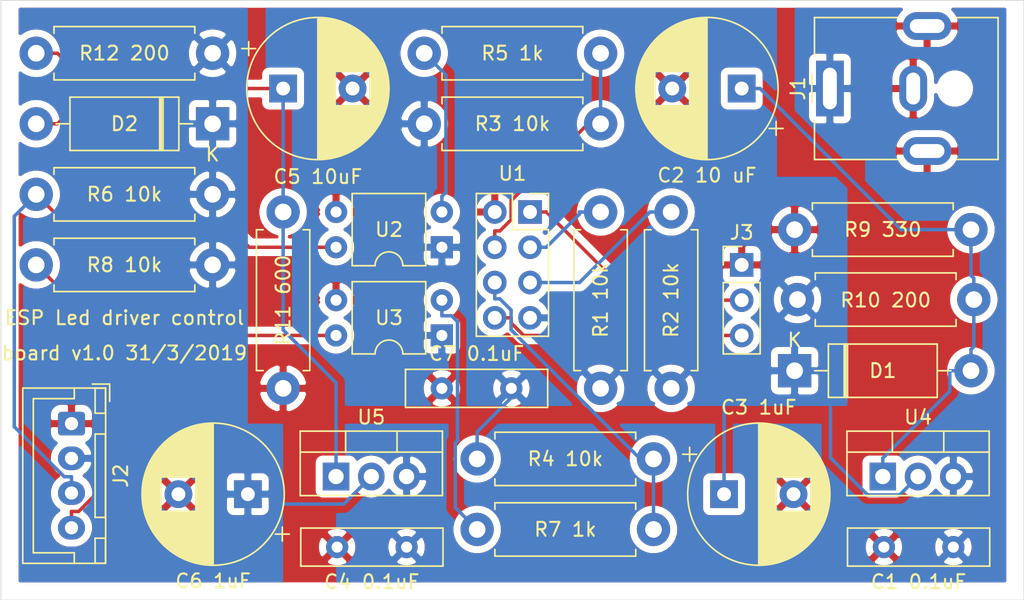
<source format=kicad_pcb>
(kicad_pcb (version 20171130) (host pcbnew "(5.1.0)-1")
  (layers (0 F.Cu signal hide) (31 B.Cu signal hide) (34 B.Paste user hide) (35 F.Paste user) (36 B.SilkS user hide) (37 F.SilkS user) (38 B.Mask user hide) (39 F.Mask user) (44 Edge.Cuts user))
  (net 0 "")
  (net 1 "Net-(R1-Pad2)")
  (net 2 +3V3)
  (net 3 "Net-(R2-Pad2)")
  (net 4 Data)
  (net 5 Clock)
  (net 6 "Net-(R5-Pad1)")
  (net 7 +5V)
  (net 8 Data_out)
  (net 9 "Net-(R7-Pad1)")
  (net 10 Clock_out)
  (net 11 GND)
  (net 12 +12V)
  (net 13 "Net-(C2-Pad1)")
  (net 14 "Net-(C5-Pad1)")
  (net 15 Tx)
  (net 16 Rx)
  (module Capacitor_THT:C_Disc_D10.0mm_W2.5mm_P5.00mm (layer F.Cu) (at 146.05 109.22)
    (fp_text reference "C7 0.1uF" (at 2.5 -2.5) (layer F.SilkS))
    (fp_text value 0.1uF)
    (pad 2 thru_hole circle (at 5 0) (size 1.6 1.6) (drill 0.8) (layers *.Cu *.Mask) (net 2 +3V3))
    (pad 1 thru_hole circle (at 0 0) (size 1.6 1.6) (drill 0.8) (layers *.Cu *.Mask) (net 11 GND))
  )
  (module Connector_PinSocket_2.54mm:PinSocket_2x04_P2.54mm_Vertical (layer F.Cu) (at 152.4 96.52)
    (fp_text reference U1 (at -1.27 -2.77) (layer F.SilkS))
    (fp_text value ESP-01v090)
    (pad 8 thru_hole oval (at -2.54 7.62) (size 1.7 1.7) (drill 1) (layers *.Cu *.Mask) (net 16 Rx))
    (pad 7 thru_hole oval (at 0 7.62) (size 1.7 1.7) (drill 1) (layers *.Cu *.Mask) (net 2 +3V3))
    (pad 6 thru_hole oval (at -2.54 5.08) (size 1.7 1.7) (drill 1) (layers *.Cu *.Mask) (net 5 Clock))
    (pad 5 thru_hole oval (at 0 5.08) (size 1.7 1.7) (drill 1) (layers *.Cu *.Mask) (net 3 "Net-(R2-Pad2)"))
    (pad 4 thru_hole oval (at -2.54 2.54) (size 1.7 1.7) (drill 1) (layers *.Cu *.Mask) (net 4 Data))
    (pad 3 thru_hole oval (at 0 2.54) (size 1.7 1.7) (drill 1) (layers *.Cu *.Mask) (net 1 "Net-(R1-Pad2)"))
    (pad 2 thru_hole oval (at -2.54 0) (size 1.7 1.7) (drill 1) (layers *.Cu *.Mask) (net 11 GND))
    (pad 1 thru_hole rect (at 0 0) (size 1.7 1.7) (drill 1) (layers *.Cu *.Mask) (net 15 Tx))
  )
  (module Capacitor_THT:C_Disc_D10.0mm_W2.5mm_P5.00mm (layer F.Cu) (at 182.88 120.65 180)
    (fp_text reference "C1 0.1uF" (at 2.5 -2.5 180) (layer F.SilkS))
    (fp_text value 0.1uF)
    (pad 2 thru_hole circle (at 5 0 180) (size 1.6 1.6) (drill 0.8) (layers *.Cu *.Mask) (net 11 GND))
    (pad 1 thru_hole circle (at 0 0 180) (size 1.6 1.6) (drill 0.8) (layers *.Cu *.Mask) (net 12 +12V))
  )
  (module Package_DIP:DIP-4_W7.62mm (layer F.Cu) (at 146.05 99.06 180)
    (fp_text reference U2 (at 3.81 1.27 180) (layer F.SilkS))
    (fp_text value LTV-817)
    (pad 4 thru_hole oval (at 7.62 0 180) (size 1.6 1.6) (drill 0.8) (layers *.Cu *.Mask) (net 8 Data_out))
    (pad 2 thru_hole oval (at 0 2.54 180) (size 1.6 1.6) (drill 0.8) (layers *.Cu *.Mask) (net 6 "Net-(R5-Pad1)"))
    (pad 3 thru_hole oval (at 7.62 2.54 180) (size 1.6 1.6) (drill 0.8) (layers *.Cu *.Mask) (net 11 GND))
    (pad 1 thru_hole rect (at 0 0 180) (size 1.6 1.6) (drill 0.8) (layers *.Cu *.Mask) (net 2 +3V3))
  )
  (module Resistor_THT:R_Axial_DIN0411_L9.9mm_D3.6mm_P12.70mm_Horizontal (layer F.Cu) (at 161.29 114.3 180)
    (fp_text reference "R4 10k" (at 6.35 0 180) (layer F.SilkS))
    (fp_text value 10k)
    (pad 2 thru_hole oval (at 12.7 0 180) (size 2.4 2.4) (drill 1.2) (layers *.Cu *.Mask) (net 2 +3V3))
    (pad 1 thru_hole circle (at 0 0 180) (size 2.4 2.4) (drill 1.2) (layers *.Cu *.Mask) (net 5 Clock))
  )
  (module Package_TO_SOT_THT:TO-220-3_Vertical (layer F.Cu) (at 138.43 115.57)
    (fp_text reference U5 (at 2.54 -4.27) (layer F.SilkS))
    (fp_text value LM317)
    (pad 3 thru_hole oval (at 5.08 0) (size 1.905 2) (drill 1.1) (layers *.Cu *.Mask) (net 12 +12V))
    (pad 2 thru_hole oval (at 2.54 0) (size 1.905 2) (drill 1.1) (layers *.Cu *.Mask) (net 7 +5V))
    (pad 1 thru_hole rect (at 0 0) (size 1.905 2) (drill 1.1) (layers *.Cu *.Mask) (net 14 "Net-(C5-Pad1)"))
  )
  (module Package_TO_SOT_THT:TO-220-3_Vertical (layer F.Cu) (at 177.8 115.57)
    (fp_text reference U4 (at 2.54 -4.27) (layer F.SilkS))
    (fp_text value LM317)
    (pad 3 thru_hole oval (at 5.08 0) (size 1.905 2) (drill 1.1) (layers *.Cu *.Mask) (net 12 +12V))
    (pad 2 thru_hole oval (at 2.54 0) (size 1.905 2) (drill 1.1) (layers *.Cu *.Mask) (net 2 +3V3))
    (pad 1 thru_hole rect (at 0 0) (size 1.905 2) (drill 1.1) (layers *.Cu *.Mask) (net 13 "Net-(C2-Pad1)"))
  )
  (module Capacitor_THT:CP_Radial_D10.0mm_P5.00mm (layer F.Cu) (at 132.08 116.84 180)
    (fp_text reference "C6 1uF" (at 2.5 -6.25 180) (layer F.SilkS))
    (fp_text value 1uF)
    (pad 2 thru_hole circle (at 5 0 180) (size 2 2) (drill 1) (layers *.Cu *.Mask) (net 11 GND))
    (pad 1 thru_hole rect (at 0 0 180) (size 2 2) (drill 1) (layers *.Cu *.Mask) (net 7 +5V))
  )
  (module Capacitor_THT:CP_Radial_D10.0mm_P5.00mm (layer F.Cu) (at 134.62 87.63)
    (fp_text reference "C5 10uF" (at 2.5 6.35) (layer F.SilkS))
    (fp_text value 10uF)
    (pad 2 thru_hole circle (at 5 0) (size 2 2) (drill 1) (layers *.Cu *.Mask) (net 11 GND))
    (pad 1 thru_hole rect (at 0 0) (size 2 2) (drill 1) (layers *.Cu *.Mask) (net 14 "Net-(C5-Pad1)"))
  )
  (module Capacitor_THT:CP_Radial_D10.0mm_P5.00mm (layer F.Cu) (at 166.37 116.84)
    (fp_text reference "C3 1uF" (at 2.5 -6.25) (layer F.SilkS))
    (fp_text value 1uF)
    (pad 2 thru_hole circle (at 5 0) (size 2 2) (drill 1) (layers *.Cu *.Mask) (net 11 GND))
    (pad 1 thru_hole rect (at 0 0) (size 2 2) (drill 1) (layers *.Cu *.Mask) (net 2 +3V3))
  )
  (module Capacitor_THT:CP_Radial_D10.0mm_P5.00mm (layer F.Cu) (at 167.64 87.63 180)
    (fp_text reference "C2 10 uF" (at 2.5 -6.25 180) (layer F.SilkS))
    (fp_text value 10uF)
    (pad 2 thru_hole circle (at 5 0 180) (size 2 2) (drill 1) (layers *.Cu *.Mask) (net 11 GND))
    (pad 1 thru_hole rect (at 0 0 180) (size 2 2) (drill 1) (layers *.Cu *.Mask) (net 13 "Net-(C2-Pad1)"))
  )
  (module Connector_PinHeader_2.54mm:PinHeader_1x03_P2.54mm_Vertical (layer F.Cu) (at 167.64 100.33)
    (fp_text reference J3 (at 0 -2.33) (layer F.SilkS))
    (fp_text value Conn_01x03_Male)
    (pad 3 thru_hole oval (at 0 5.08) (size 1.7 1.7) (drill 1) (layers *.Cu *.Mask) (net 16 Rx))
    (pad 2 thru_hole oval (at 0 2.54) (size 1.7 1.7) (drill 1) (layers *.Cu *.Mask) (net 15 Tx))
    (pad 1 thru_hole rect (at 0 0) (size 1.7 1.7) (drill 1) (layers *.Cu *.Mask) (net 11 GND))
  )
  (module Package_DIP:DIP-4_W7.62mm (layer F.Cu) (at 146.05 105.41 180)
    (fp_text reference U3 (at 3.81 1.27 180) (layer F.SilkS))
    (fp_text value LTV-817)
    (pad 4 thru_hole oval (at 7.62 0 180) (size 1.6 1.6) (drill 0.8) (layers *.Cu *.Mask) (net 10 Clock_out))
    (pad 2 thru_hole oval (at 0 2.54 180) (size 1.6 1.6) (drill 0.8) (layers *.Cu *.Mask) (net 9 "Net-(R7-Pad1)"))
    (pad 3 thru_hole oval (at 7.62 2.54 180) (size 1.6 1.6) (drill 0.8) (layers *.Cu *.Mask) (net 11 GND))
    (pad 1 thru_hole rect (at 0 0 180) (size 1.6 1.6) (drill 0.8) (layers *.Cu *.Mask) (net 2 +3V3))
  )
  (module Resistor_THT:R_Axial_DIN0411_L9.9mm_D3.6mm_P12.70mm_Horizontal (layer F.Cu) (at 129.54 85.09 180)
    (fp_text reference "R12 200" (at 6.35 0 180) (layer F.SilkS))
    (fp_text value 200)
    (pad 2 thru_hole oval (at 12.7 0 180) (size 2.4 2.4) (drill 1.2) (layers *.Cu *.Mask) (net 14 "Net-(C5-Pad1)"))
    (pad 1 thru_hole circle (at 0 0 180) (size 2.4 2.4) (drill 1.2) (layers *.Cu *.Mask) (net 7 +5V))
  )
  (module Resistor_THT:R_Axial_DIN0411_L9.9mm_D3.6mm_P12.70mm_Horizontal (layer F.Cu) (at 134.62 96.52 270)
    (fp_text reference "R11 600" (at 6.35 0 270) (layer F.SilkS))
    (fp_text value 600)
    (pad 2 thru_hole oval (at 12.7 0 270) (size 2.4 2.4) (drill 1.2) (layers *.Cu *.Mask) (net 11 GND))
    (pad 1 thru_hole circle (at 0 0 270) (size 2.4 2.4) (drill 1.2) (layers *.Cu *.Mask) (net 14 "Net-(C5-Pad1)"))
  )
  (module Resistor_THT:R_Axial_DIN0411_L9.9mm_D3.6mm_P12.70mm_Horizontal (layer F.Cu) (at 171.655 102.825)
    (fp_text reference "R10 200" (at 6.35 0.045) (layer F.SilkS))
    (fp_text value 200)
    (pad 2 thru_hole oval (at 12.7 0) (size 2.4 2.4) (drill 1.2) (layers *.Cu *.Mask) (net 13 "Net-(C2-Pad1)"))
    (pad 1 thru_hole circle (at 0 0) (size 2.4 2.4) (drill 1.2) (layers *.Cu *.Mask) (net 2 +3V3))
  )
  (module Resistor_THT:R_Axial_DIN0411_L9.9mm_D3.6mm_P12.70mm_Horizontal (layer F.Cu) (at 184.15 97.79 180)
    (fp_text reference "R9 330" (at 6.35 0 180) (layer F.SilkS))
    (fp_text value 330)
    (pad 2 thru_hole oval (at 12.7 0 180) (size 2.4 2.4) (drill 1.2) (layers *.Cu *.Mask) (net 11 GND))
    (pad 1 thru_hole circle (at 0 0 180) (size 2.4 2.4) (drill 1.2) (layers *.Cu *.Mask) (net 13 "Net-(C2-Pad1)"))
  )
  (module Resistor_THT:R_Axial_DIN0411_L9.9mm_D3.6mm_P12.70mm_Horizontal (layer F.Cu) (at 116.84 100.33)
    (fp_text reference "R8 10k" (at 6.35 0) (layer F.SilkS))
    (fp_text value 10k)
    (pad 2 thru_hole oval (at 12.7 0) (size 2.4 2.4) (drill 1.2) (layers *.Cu *.Mask) (net 7 +5V))
    (pad 1 thru_hole circle (at 0 0) (size 2.4 2.4) (drill 1.2) (layers *.Cu *.Mask) (net 10 Clock_out))
  )
  (module Resistor_THT:R_Axial_DIN0411_L9.9mm_D3.6mm_P12.70mm_Horizontal (layer F.Cu) (at 148.59 119.38)
    (fp_text reference "R7 1k" (at 6.35 0) (layer F.SilkS))
    (fp_text value 1k)
    (pad 2 thru_hole oval (at 12.7 0) (size 2.4 2.4) (drill 1.2) (layers *.Cu *.Mask) (net 5 Clock))
    (pad 1 thru_hole circle (at 0 0) (size 2.4 2.4) (drill 1.2) (layers *.Cu *.Mask) (net 9 "Net-(R7-Pad1)"))
  )
  (module Resistor_THT:R_Axial_DIN0411_L9.9mm_D3.6mm_P12.70mm_Horizontal (layer F.Cu) (at 116.84 95.25)
    (fp_text reference "R6 10k" (at 6.35 0) (layer F.SilkS))
    (fp_text value 10k)
    (pad 2 thru_hole oval (at 12.7 0) (size 2.4 2.4) (drill 1.2) (layers *.Cu *.Mask) (net 7 +5V))
    (pad 1 thru_hole circle (at 0 0) (size 2.4 2.4) (drill 1.2) (layers *.Cu *.Mask) (net 8 Data_out))
  )
  (module Resistor_THT:R_Axial_DIN0411_L9.9mm_D3.6mm_P12.70mm_Horizontal (layer F.Cu) (at 144.78 85.09)
    (fp_text reference "R5 1k" (at 6.35 0) (layer F.SilkS))
    (fp_text value 1k)
    (pad 2 thru_hole oval (at 12.7 0) (size 2.4 2.4) (drill 1.2) (layers *.Cu *.Mask) (net 4 Data))
    (pad 1 thru_hole circle (at 0 0) (size 2.4 2.4) (drill 1.2) (layers *.Cu *.Mask) (net 6 "Net-(R5-Pad1)"))
  )
  (module Resistor_THT:R_Axial_DIN0411_L9.9mm_D3.6mm_P12.70mm_Horizontal (layer F.Cu) (at 157.48 90.17 180)
    (fp_text reference "R3 10k" (at 6.35 0 180) (layer F.SilkS))
    (fp_text value 10k)
    (pad 2 thru_hole oval (at 12.7 0 180) (size 2.4 2.4) (drill 1.2) (layers *.Cu *.Mask) (net 2 +3V3))
    (pad 1 thru_hole circle (at 0 0 180) (size 2.4 2.4) (drill 1.2) (layers *.Cu *.Mask) (net 4 Data))
  )
  (module Resistor_THT:R_Axial_DIN0411_L9.9mm_D3.6mm_P12.70mm_Horizontal (layer F.Cu) (at 162.56 109.22 90)
    (fp_text reference "R2 10k" (at 6.35 0 90) (layer F.SilkS))
    (fp_text value 10k)
    (pad 2 thru_hole oval (at 12.7 0 90) (size 2.4 2.4) (drill 1.2) (layers *.Cu *.Mask) (net 3 "Net-(R2-Pad2)"))
    (pad 1 thru_hole circle (at 0 0 90) (size 2.4 2.4) (drill 1.2) (layers *.Cu *.Mask) (net 2 +3V3))
  )
  (module Resistor_THT:R_Axial_DIN0411_L9.9mm_D3.6mm_P12.70mm_Horizontal (layer F.Cu) (at 157.48 109.22 90)
    (fp_text reference "R1 10k" (at 6.35 0 90) (layer F.SilkS))
    (fp_text value 10k)
    (pad 2 thru_hole oval (at 12.7 0 90) (size 2.4 2.4) (drill 1.2) (layers *.Cu *.Mask) (net 1 "Net-(R1-Pad2)"))
    (pad 1 thru_hole circle (at 0 0 90) (size 2.4 2.4) (drill 1.2) (layers *.Cu *.Mask) (net 2 +3V3))
  )
  (module Connector_JST:JST_XH_B4B-XH-A_1x04_P2.50mm_Vertical (layer F.Cu) (at 119.38 111.76 270)
    (fp_text reference J2 (at 3.75 -3.55 270) (layer F.SilkS))
    (fp_text value Conn_01x04_Male)
    (pad 4 thru_hole oval (at 7.5 0 270) (size 1.7 1.95) (drill 0.95) (layers *.Cu *.Mask) (net 10 Clock_out))
    (pad 3 thru_hole oval (at 5 0 270) (size 1.7 1.95) (drill 0.95) (layers *.Cu *.Mask) (net 8 Data_out))
    (pad 2 thru_hole oval (at 2.5 0 270) (size 1.7 1.95) (drill 0.95) (layers *.Cu *.Mask) (net 7 +5V))
    (pad 1 thru_hole roundrect (at 0 0 270) (size 1.7 1.95) (drill 0.95) (layers *.Cu *.Mask) (roundrect_rratio 0.147059) (net 11 GND))
  )
  (module Connector_BarrelJack:BarrelJack_CUI_PJ-063AH_Horizontal (layer F.Cu) (at 173.99 87.63 90)
    (fp_text reference J1 (at 0 -2.3 90) (layer F.SilkS))
    (fp_text value Barrel_Jack_MountingPin)
    (pad "" np_thru_hole circle (at 0 9 90) (size 1.6 1.6) (drill 1.6) (layers *.Cu *.Mask))
    (pad MP thru_hole oval (at 4.5 7 90) (size 2 3.5) (drill oval 1 2.5) (layers *.Cu *.Mask) (net 11 GND))
    (pad MP thru_hole oval (at -4.5 7 90) (size 2 3.5) (drill oval 1 2.5) (layers *.Cu *.Mask) (net 11 GND))
    (pad 2 thru_hole oval (at 0 6 90) (size 3.3 2) (drill oval 2.3 1) (layers *.Cu *.Mask) (net 11 GND))
    (pad 1 thru_hole rect (at 0 0 90) (size 4 2) (drill oval 3 1) (layers *.Cu *.Mask) (net 12 +12V))
  )
  (module Diode_THT:D_DO-15_P12.70mm_Horizontal (layer F.Cu) (at 129.54 90.17 180)
    (fp_text reference D2 (at 6.35 0 180) (layer F.SilkS))
    (fp_text value D)
    (fp_text user K (at 0 -2.2 180) (layer F.SilkS))
    (pad 2 thru_hole oval (at 12.7 0 180) (size 2.4 2.4) (drill 1.2) (layers *.Cu *.Mask) (net 14 "Net-(C5-Pad1)"))
    (pad 1 thru_hole rect (at 0 0 180) (size 2.4 2.4) (drill 1.2) (layers *.Cu *.Mask) (net 7 +5V))
  )
  (module Diode_THT:D_DO-15_P12.70mm_Horizontal (layer F.Cu) (at 171.45 107.95)
    (fp_text reference D1 (at 6.35 0) (layer F.SilkS))
    (fp_text value D)
    (fp_text user K (at 0 -2.2) (layer F.SilkS))
    (pad 2 thru_hole oval (at 12.7 0) (size 2.4 2.4) (drill 1.2) (layers *.Cu *.Mask) (net 13 "Net-(C2-Pad1)"))
    (pad 1 thru_hole rect (at 0 0) (size 2.4 2.4) (drill 1.2) (layers *.Cu *.Mask) (net 2 +3V3))
  )
  (module Capacitor_THT:C_Disc_D10.0mm_W2.5mm_P5.00mm (layer F.Cu) (at 143.51 120.65 180)
    (fp_text reference "C4 0.1uF" (at 2.5 -2.5 180) (layer F.SilkS))
    (fp_text value 0.1uF)
    (pad 2 thru_hole circle (at 5 0 180) (size 1.6 1.6) (drill 0.8) (layers *.Cu *.Mask) (net 11 GND))
    (pad 1 thru_hole circle (at 0 0 180) (size 1.6 1.6) (drill 0.8) (layers *.Cu *.Mask) (net 12 +12V))
  )
  (gr_line (start 114.3 124.46) (end 114.3 81.28) (layer Edge.Cuts) (width 0.05))
  (gr_line (start 187.96 124.46) (end 187.96 81.28) (layer Edge.Cuts) (width 0.05))
  (gr_line (start 187.96 81.28) (end 114.3 81.28) (layer Edge.Cuts) (width 0.05))
  (gr_text "board v1.0 31/3/2019" (at 123.19 106.68) (layer F.SilkS) (effects (font (size 1 1))))
  (gr_text "ESP Led driver control" (at 123.19 104.14) (layer F.SilkS) (effects (font (size 1 1))))
  (gr_line (start 187.96 124.46) (end 114.3 124.46) (layer Edge.Cuts) (width 0.05))
  (segment (start 157.48 96.52) (end 155.9547 96.52) (width 0.25) (layer B.Cu) (net 1))
  (segment (start 152.4 99.06) (end 153.5753 99.06) (width 0.25) (layer B.Cu) (net 1))
  (segment (start 155.9547 96.52) (end 155.9547 96.6806) (width 0.25) (layer B.Cu) (net 1))
  (segment (start 155.9547 96.6806) (end 153.5753 99.06) (width 0.25) (layer B.Cu) (net 1))
  (segment (start 151.0587 109.8837) (end 148.59 112.3524) (width 0.25) (layer B.Cu) (net 2))
  (segment (start 148.59 112.3524) (end 148.59 114.3) (width 0.25) (layer B.Cu) (net 2))
  (segment (start 174.0327 108.494) (end 174.0327 114.2163) (width 0.25) (layer B.Cu) (net 2))
  (segment (start 174.0327 114.2163) (end 176.7121 116.8957) (width 0.25) (layer B.Cu) (net 2))
  (segment (start 176.7121 116.8957) (end 179.0143 116.8957) (width 0.25) (layer B.Cu) (net 2))
  (segment (start 179.0143 116.8957) (end 180.34 115.57) (width 0.25) (layer B.Cu) (net 2))
  (segment (start 166.37 110.0537) (end 166.37 116.84) (width 0.25) (layer B.Cu) (net 2))
  (segment (start 162.56 96.52) (end 161.0347 96.52) (width 0.25) (layer B.Cu) (net 3))
  (segment (start 161.0347 96.52) (end 155.9547 101.6) (width 0.25) (layer B.Cu) (net 3))
  (segment (start 155.9547 101.6) (end 152.4 101.6) (width 0.25) (layer B.Cu) (net 3))
  (segment (start 149.86 99.06) (end 149.86 97.8847) (width 0.25) (layer F.Cu) (net 4))
  (segment (start 157.48 90.17) (end 156.5733 90.17) (width 0.25) (layer F.Cu) (net 4))
  (segment (start 156.5733 90.17) (end 151.0353 95.708) (width 0.25) (layer F.Cu) (net 4))
  (segment (start 151.0353 95.708) (end 151.0353 97.0768) (width 0.25) (layer F.Cu) (net 4))
  (segment (start 151.0353 97.0768) (end 150.2274 97.8847) (width 0.25) (layer F.Cu) (net 4))
  (segment (start 150.2274 97.8847) (end 149.86 97.8847) (width 0.25) (layer F.Cu) (net 4))
  (segment (start 157.48 90.17) (end 157.48 85.09) (width 0.25) (layer B.Cu) (net 4))
  (segment (start 161.29 114.3) (end 160.331 114.3) (width 0.25) (layer B.Cu) (net 5))
  (segment (start 160.331 114.3) (end 151.0353 105.0043) (width 0.25) (layer B.Cu) (net 5))
  (segment (start 151.0353 105.0043) (end 151.0353 103.5832) (width 0.25) (layer B.Cu) (net 5))
  (segment (start 151.0353 103.5832) (end 150.2274 102.7753) (width 0.25) (layer B.Cu) (net 5))
  (segment (start 150.2274 102.7753) (end 149.86 102.7753) (width 0.25) (layer B.Cu) (net 5))
  (segment (start 161.29 119.38) (end 161.29 114.3) (width 0.25) (layer B.Cu) (net 5))
  (segment (start 149.86 101.6) (end 149.86 102.7753) (width 0.25) (layer B.Cu) (net 5))
  (segment (start 146.05 96.52) (end 146.05 95.3947) (width 0.25) (layer B.Cu) (net 6))
  (segment (start 144.78 85.09) (end 146.3405 86.6505) (width 0.25) (layer B.Cu) (net 6))
  (segment (start 146.3405 86.6505) (end 146.3405 95.1042) (width 0.25) (layer B.Cu) (net 6))
  (segment (start 146.3405 95.1042) (end 146.05 95.3947) (width 0.25) (layer B.Cu) (net 6))
  (segment (start 133.839 117.5527) (end 138.9873 117.5527) (width 0.25) (layer B.Cu) (net 7))
  (segment (start 138.9873 117.5527) (end 140.97 115.57) (width 0.25) (layer B.Cu) (net 7))
  (segment (start 116.84 95.25) (end 119.38 97.79) (width 0.25) (layer F.Cu) (net 8))
  (segment (start 119.38 97.79) (end 130.9065 97.79) (width 0.25) (layer F.Cu) (net 8))
  (segment (start 130.9065 97.79) (end 132.1765 99.06) (width 0.25) (layer F.Cu) (net 8))
  (segment (start 132.1765 99.06) (end 138.43 99.06) (width 0.25) (layer F.Cu) (net 8))
  (segment (start 119.38 116.76) (end 119.38 115.5847) (width 0.25) (layer B.Cu) (net 8))
  (segment (start 119.38 115.5847) (end 118.8658 115.5847) (width 0.25) (layer B.Cu) (net 8))
  (segment (start 118.8658 115.5847) (end 115.2585 111.9774) (width 0.25) (layer B.Cu) (net 8))
  (segment (start 115.2585 111.9774) (end 115.2585 96.8315) (width 0.25) (layer B.Cu) (net 8))
  (segment (start 115.2585 96.8315) (end 116.84 95.25) (width 0.25) (layer B.Cu) (net 8))
  (segment (start 146.05 102.87) (end 146.05 103.9953) (width 0.25) (layer B.Cu) (net 9))
  (segment (start 148.59 119.38) (end 147.0146 117.8046) (width 0.25) (layer B.Cu) (net 9))
  (segment (start 147.0146 117.8046) (end 147.0146 113.1385) (width 0.25) (layer B.Cu) (net 9))
  (segment (start 147.0146 113.1385) (end 147.1753 112.9778) (width 0.25) (layer B.Cu) (net 9))
  (segment (start 147.1753 112.9778) (end 147.1753 104.4172) (width 0.25) (layer B.Cu) (net 9))
  (segment (start 147.1753 104.4172) (end 146.7534 103.9953) (width 0.25) (layer B.Cu) (net 9))
  (segment (start 146.7534 103.9953) (end 146.05 103.9953) (width 0.25) (layer B.Cu) (net 9))
  (segment (start 121.92 105.41) (end 138.43 105.41) (width 0.25) (layer F.Cu) (net 10))
  (segment (start 116.84 100.33) (end 121.92 105.41) (width 0.25) (layer F.Cu) (net 10))
  (segment (start 119.38 118.0847) (end 119.8942 118.0847) (width 0.25) (layer F.Cu) (net 10))
  (segment (start 119.8942 118.0847) (end 121.92 116.0589) (width 0.25) (layer F.Cu) (net 10))
  (segment (start 121.92 116.0589) (end 121.92 105.41) (width 0.25) (layer F.Cu) (net 10))
  (segment (start 119.38 119.26) (end 119.38 118.0847) (width 0.25) (layer F.Cu) (net 10))
  (segment (start 184.15 97.79) (end 184.15 101.0947) (width 0.25) (layer B.Cu) (net 13))
  (segment (start 184.15 101.0947) (end 184.355 101.2997) (width 0.25) (layer B.Cu) (net 13))
  (segment (start 184.355 102.825) (end 184.355 101.2997) (width 0.25) (layer B.Cu) (net 13))
  (segment (start 168.9653 87.63) (end 179.1253 97.79) (width 0.25) (layer B.Cu) (net 13))
  (segment (start 179.1253 97.79) (end 184.15 97.79) (width 0.25) (layer B.Cu) (net 13))
  (segment (start 184.15 107.95) (end 182.6247 107.95) (width 0.25) (layer B.Cu) (net 13))
  (segment (start 177.8 115.57) (end 177.8 114.2447) (width 0.25) (layer B.Cu) (net 13))
  (segment (start 177.8 114.2447) (end 182.6247 109.42) (width 0.25) (layer B.Cu) (net 13))
  (segment (start 182.6247 109.42) (end 182.6247 107.95) (width 0.25) (layer B.Cu) (net 13))
  (segment (start 167.64 87.63) (end 168.9653 87.63) (width 0.25) (layer B.Cu) (net 13))
  (segment (start 184.15 107.95) (end 184.15 106.4247) (width 0.25) (layer B.Cu) (net 13))
  (segment (start 184.15 106.4247) (end 184.355 106.2197) (width 0.25) (layer B.Cu) (net 13))
  (segment (start 184.355 106.2197) (end 184.355 102.825) (width 0.25) (layer B.Cu) (net 13))
  (segment (start 120.9053 87.63) (end 118.3653 85.09) (width 0.25) (layer F.Cu) (net 14))
  (segment (start 134.62 87.63) (end 120.9053 87.63) (width 0.25) (layer F.Cu) (net 14))
  (segment (start 118.3653 90.17) (end 120.9053 87.63) (width 0.25) (layer F.Cu) (net 14))
  (segment (start 116.84 90.17) (end 118.3653 90.17) (width 0.25) (layer F.Cu) (net 14))
  (segment (start 116.84 85.09) (end 118.3653 85.09) (width 0.25) (layer F.Cu) (net 14))
  (segment (start 138.43 115.57) (end 138.43 108.82) (width 0.25) (layer B.Cu) (net 14))
  (segment (start 138.43 108.82) (end 134.62 105.01) (width 0.25) (layer B.Cu) (net 14))
  (segment (start 134.62 105.01) (end 134.62 96.52) (width 0.25) (layer B.Cu) (net 14))
  (segment (start 134.62 87.63) (end 134.62 96.52) (width 0.25) (layer B.Cu) (net 14))
  (segment (start 152.4 96.52) (end 153.5753 96.52) (width 0.25) (layer F.Cu) (net 15))
  (segment (start 167.64 102.87) (end 159.9253 102.87) (width 0.25) (layer F.Cu) (net 15))
  (segment (start 159.9253 102.87) (end 153.5753 96.52) (width 0.25) (layer F.Cu) (net 15))
  (segment (start 149.86 104.14) (end 151.0353 104.14) (width 0.25) (layer F.Cu) (net 16))
  (segment (start 167.64 105.41) (end 151.938 105.41) (width 0.25) (layer F.Cu) (net 16))
  (segment (start 151.938 105.41) (end 151.0353 104.5073) (width 0.25) (layer F.Cu) (net 16))
  (segment (start 151.0353 104.5073) (end 151.0353 104.14) (width 0.25) (layer F.Cu) (net 16))
  (zone (net 11) (net_name GND) (layer F.Cu) (connect_pads (clearance 0.508)) (min_thickness 0.254) (fill yes (arc_segments 32) (thermal_gap 0.508) (thermal_bridge_width 0.508))
    (polygon (pts (xy 115.57 81.28) (xy 186.69 81.28) (xy 186.69 123.19) (xy 115.57 123.19)))
  )
  (zone (net 7) (net_name +5V) (layer B.Cu) (connect_pads (clearance 0.508)) (min_thickness 0.254) (fill yes (arc_segments 32) (thermal_gap 0.508) (thermal_bridge_width 0.508))
    (polygon (pts (xy 115.57 123.19) (xy 115.57 81.28) (xy 132.08 81.28) (xy 132.08 111.76) (xy 134.62 111.76) (xy 134.62 123.19)))
  )
  (zone (net 2) (net_name +3V3) (layer B.Cu) (connect_pads (clearance 0.508)) (min_thickness 0.254) (fill yes (arc_segments 32) (thermal_gap 0.508) (thermal_bridge_width 0.508))
    (polygon (pts (xy 133.35 81.28) (xy 133.35 110.49) (xy 156.845 110.49) (xy 175.26 110.49) (xy 175.26 100.33) (xy 175.26 93.98) (xy 170.18 93.98) (xy 170.18 81.28)))
  )
  (zone (net 12) (net_name +12V) (layer B.Cu) (connect_pads (clearance 0.508)) (min_thickness 0.254) (fill yes (arc_segments 32) (thermal_gap 0.508) (thermal_bridge_width 0.508))
    (polygon (pts (xy 171.45 81.28) (xy 171.45 92.71) (xy 175.26 92.71) (xy 176.53 92.71) (xy 176.53 111.76) (xy 138.43 111.76) (xy 138.43 123.19) (xy 186.69 123.19) (xy 186.69 81.28)))
  )
)
</source>
